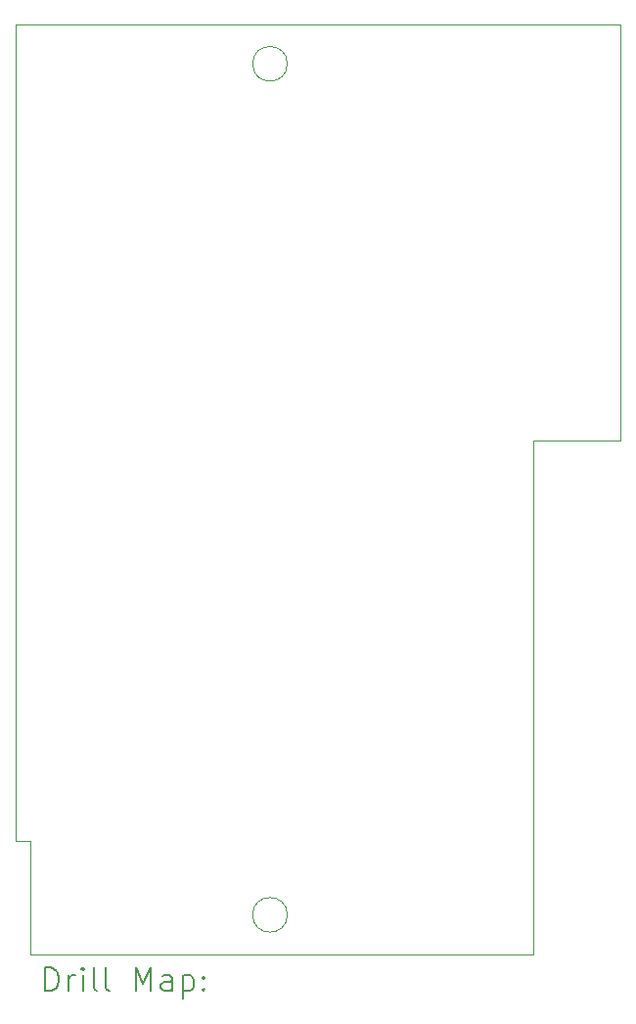
<source format=gbr>
%TF.GenerationSoftware,KiCad,Pcbnew,7.0.10*%
%TF.CreationDate,2025-01-07T15:55:45-07:00*%
%TF.ProjectId,HATB_ver_8.3.1,48415442-5f76-4657-925f-382e332e312e,8.3.1*%
%TF.SameCoordinates,Original*%
%TF.FileFunction,Drillmap*%
%TF.FilePolarity,Positive*%
%FSLAX45Y45*%
G04 Gerber Fmt 4.5, Leading zero omitted, Abs format (unit mm)*
G04 Created by KiCad (PCBNEW 7.0.10) date 2025-01-07 15:55:45*
%MOMM*%
%LPD*%
G01*
G04 APERTURE LIST*
%ADD10C,0.100000*%
%ADD11C,0.200000*%
G04 APERTURE END LIST*
D10*
X21944000Y-4980000D02*
X16714000Y-4980000D01*
X16844000Y-13020000D02*
X16844000Y-12040000D01*
X16714000Y-4980000D02*
X16714000Y-12040000D01*
X16714000Y-12040000D02*
X16844000Y-12040000D01*
X19064000Y-12680000D02*
G75*
G03*
X18764000Y-12680000I-150000J0D01*
G01*
X18764000Y-12680000D02*
G75*
G03*
X19064000Y-12680000I150000J0D01*
G01*
X21944000Y-8580000D02*
X21194000Y-8580000D01*
X21944000Y-4980000D02*
X21944000Y-8580000D01*
X16844000Y-13020000D02*
X21194000Y-13020000D01*
X21194000Y-13020000D02*
X21194000Y-8580000D01*
X19064000Y-5320000D02*
G75*
G03*
X18764000Y-5320000I-150000J0D01*
G01*
X18764000Y-5320000D02*
G75*
G03*
X19064000Y-5320000I150000J0D01*
G01*
D11*
X16969777Y-13336484D02*
X16969777Y-13136484D01*
X16969777Y-13136484D02*
X17017396Y-13136484D01*
X17017396Y-13136484D02*
X17045967Y-13146008D01*
X17045967Y-13146008D02*
X17065015Y-13165055D01*
X17065015Y-13165055D02*
X17074539Y-13184103D01*
X17074539Y-13184103D02*
X17084063Y-13222198D01*
X17084063Y-13222198D02*
X17084063Y-13250769D01*
X17084063Y-13250769D02*
X17074539Y-13288865D01*
X17074539Y-13288865D02*
X17065015Y-13307912D01*
X17065015Y-13307912D02*
X17045967Y-13326960D01*
X17045967Y-13326960D02*
X17017396Y-13336484D01*
X17017396Y-13336484D02*
X16969777Y-13336484D01*
X17169777Y-13336484D02*
X17169777Y-13203150D01*
X17169777Y-13241246D02*
X17179301Y-13222198D01*
X17179301Y-13222198D02*
X17188824Y-13212674D01*
X17188824Y-13212674D02*
X17207872Y-13203150D01*
X17207872Y-13203150D02*
X17226920Y-13203150D01*
X17293586Y-13336484D02*
X17293586Y-13203150D01*
X17293586Y-13136484D02*
X17284063Y-13146008D01*
X17284063Y-13146008D02*
X17293586Y-13155531D01*
X17293586Y-13155531D02*
X17303110Y-13146008D01*
X17303110Y-13146008D02*
X17293586Y-13136484D01*
X17293586Y-13136484D02*
X17293586Y-13155531D01*
X17417396Y-13336484D02*
X17398348Y-13326960D01*
X17398348Y-13326960D02*
X17388824Y-13307912D01*
X17388824Y-13307912D02*
X17388824Y-13136484D01*
X17522158Y-13336484D02*
X17503110Y-13326960D01*
X17503110Y-13326960D02*
X17493586Y-13307912D01*
X17493586Y-13307912D02*
X17493586Y-13136484D01*
X17750729Y-13336484D02*
X17750729Y-13136484D01*
X17750729Y-13136484D02*
X17817396Y-13279341D01*
X17817396Y-13279341D02*
X17884063Y-13136484D01*
X17884063Y-13136484D02*
X17884063Y-13336484D01*
X18065015Y-13336484D02*
X18065015Y-13231722D01*
X18065015Y-13231722D02*
X18055491Y-13212674D01*
X18055491Y-13212674D02*
X18036444Y-13203150D01*
X18036444Y-13203150D02*
X17998348Y-13203150D01*
X17998348Y-13203150D02*
X17979301Y-13212674D01*
X18065015Y-13326960D02*
X18045967Y-13336484D01*
X18045967Y-13336484D02*
X17998348Y-13336484D01*
X17998348Y-13336484D02*
X17979301Y-13326960D01*
X17979301Y-13326960D02*
X17969777Y-13307912D01*
X17969777Y-13307912D02*
X17969777Y-13288865D01*
X17969777Y-13288865D02*
X17979301Y-13269817D01*
X17979301Y-13269817D02*
X17998348Y-13260293D01*
X17998348Y-13260293D02*
X18045967Y-13260293D01*
X18045967Y-13260293D02*
X18065015Y-13250769D01*
X18160253Y-13203150D02*
X18160253Y-13403150D01*
X18160253Y-13212674D02*
X18179301Y-13203150D01*
X18179301Y-13203150D02*
X18217396Y-13203150D01*
X18217396Y-13203150D02*
X18236444Y-13212674D01*
X18236444Y-13212674D02*
X18245967Y-13222198D01*
X18245967Y-13222198D02*
X18255491Y-13241246D01*
X18255491Y-13241246D02*
X18255491Y-13298388D01*
X18255491Y-13298388D02*
X18245967Y-13317436D01*
X18245967Y-13317436D02*
X18236444Y-13326960D01*
X18236444Y-13326960D02*
X18217396Y-13336484D01*
X18217396Y-13336484D02*
X18179301Y-13336484D01*
X18179301Y-13336484D02*
X18160253Y-13326960D01*
X18341205Y-13317436D02*
X18350729Y-13326960D01*
X18350729Y-13326960D02*
X18341205Y-13336484D01*
X18341205Y-13336484D02*
X18331682Y-13326960D01*
X18331682Y-13326960D02*
X18341205Y-13317436D01*
X18341205Y-13317436D02*
X18341205Y-13336484D01*
X18341205Y-13212674D02*
X18350729Y-13222198D01*
X18350729Y-13222198D02*
X18341205Y-13231722D01*
X18341205Y-13231722D02*
X18331682Y-13222198D01*
X18331682Y-13222198D02*
X18341205Y-13212674D01*
X18341205Y-13212674D02*
X18341205Y-13231722D01*
M02*

</source>
